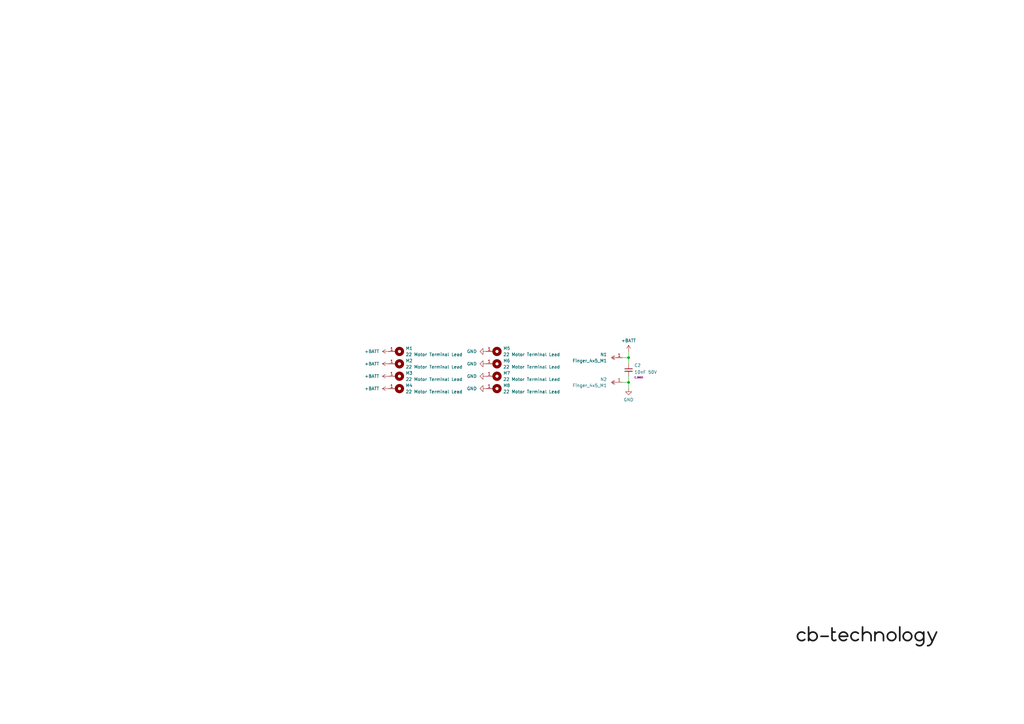
<source format=kicad_sch>
(kicad_sch (version 20230121) (generator eeschema)
  (paper "A3")
  (title_block (title "MOTOR TERMINAL BREAKOUT 25mm") (date "2024-04-17") (rev "v1.2") (company "CB-TECHNOLOGY"))
  (lib_symbols
    (symbol "C_Capacitor:C_0603" (pin_numbers hide) (pin_names (offset 1.016))
      (property "Reference" "C" (at 3.175 1.905 0))
      (property "Value" "C_0603" (at 5.715 0 0))
      (property "Size" "C_0603" (at 4.445 -1.905 0))
      (symbol "C_0603_1_1"
        (polyline (pts (xy -1.524 -0.508) (xy 1.524 -0.508)) (stroke (width 0.3302)))
        (polyline (pts (xy -1.524 0.508) (xy 1.524 0.508)) (stroke (width 0.3048)))
        (pin passive line (at 0 2.54 270) (length 2.032) (name "~") (number "1"))
        (pin passive line (at 0 -2.54 90) (length 2.032) (name "~") (number "2"))
      )
    )
    (symbol "MOTOR_TERMINAL_BREAKOUT:22 Motor Terminal Lead" (in_bom no)
      (property "Reference" "M" (at -0.635 -3.175 0))
      (property "Value" "22 Motor Terminal Lead" (at 0 3.175 0))
      (symbol "22 Motor Terminal Lead_0_1"
        (circle (center 0 0) (radius 1.27) (stroke (width 1.27)))
      )
      (symbol "22 Motor Terminal Lead_1_1"
        (pin passive line (at 4.445 0 180) (length 2.54) (name "~") (number "1"))
      )
    )
    (symbol "N_NonPart:Finger_4x5_M1" (pin_names (offset 1.016)) (in_bom no)
      (property "Reference" "N" (at 0 -2.286 0))
      (property "Value" "Finger_4x5_M1" (at -0.254 3.302 0))
      (symbol "Finger_4x5_M1_0_1"
        (polyline (pts (xy 3.048 0.762) (xy 4.064 0) (xy 3.048 -0.762)))
        (polyline (pts (xy 3.556 -0.762) (xy 4.572 0) (xy 3.556 0.762)))
        (polyline (pts (xy 4.064 0) (xy 3.048 0) (xy 2.794 0) (xy 2.54 0)))
      )
      (symbol "Finger_4x5_M1_1_1"
        (pin passive line (at 0 0 0) (length 2.54) (name "~") (number "1"))
      )
    )
    (symbol "power:+BATT" (power) (pin_names (offset 0))
      (property "Value" "+BATT" (at 0 3.556 0))
      (symbol "+BATT_0_1"
        (polyline (pts (xy -0.762 1.27) (xy 0 2.54)))
        (polyline (pts (xy 0 0) (xy 0 2.54)))
        (polyline (pts (xy 0 2.54) (xy 0.762 1.27)))
      )
      (symbol "+BATT_1_1"
        (pin power_in line (at 0 0 90) (length 0) hide (name "+BATT") (number "1"))
      )
    )
    (symbol "power:GND" (power) (pin_names (offset 0))
      (property "Value" "GND" (at 0 -3.81 0))
      (symbol "GND_0_1"
        (polyline (pts (xy 0 0) (xy 0 -1.27) (xy 1.27 -1.27) (xy 0 -2.54) (xy -1.27 -1.27) (xy 0 -1.27)))
      )
      (symbol "GND_1_1"
        (pin power_in line (at 0 0 270) (length 0) hide (name "GND") (number "1"))
      )
    )
  )
  (junction (at 257.81 156.845))
  (junction (at 257.81 146.685))
  (wire (pts (xy 255.27 156.845) (xy 257.81 156.845)))
  (wire (pts (xy 257.81 156.845) (xy 257.81 159.385)))
  (wire (pts (xy 257.81 154.305) (xy 257.81 156.845)))
  (wire (pts (xy 257.81 144.145) (xy 257.81 146.685)))
  (wire (pts (xy 257.81 146.685) (xy 257.81 149.225)))
  (wire (pts (xy 255.27 146.685) (xy 257.81 146.685)))
  (image (at 355.6 260.985) (scale 0.227268))
  (symbol (lib_id "N_NonPart:Finger_4x5_M1") (at 255.27 156.845 0) (mirror y) (unit 1) (in_bom no)
    (property "Reference" "N2" (at 248.92 155.575 0) (effects (justify left)))
    (property "Value" "Finger_4x5_M1" (at 248.92 158.115 0) (effects (justify left)))
    (property "Footprint" "N_NonPart:Finger_4x5_M1" (effects hide))
  )
  (symbol (lib_id "power:+BATT") (at 257.81 144.145 0) (unit 1)
    (property "Reference" "#PWR011" (effects hide))
    (property "Value" "+BATT" (at 257.81 139.7 0))
  )
  (symbol (lib_id "power:GND") (at 199.39 149.225 270) (unit 1)
    (property "Reference" "#PWR08" (effects hide))
    (property "Value" "GND" (at 195.58 149.225 90) (effects (justify right)))
  )
  (symbol (lib_id "C_Capacitor:C_0603") (at 257.81 151.765 0) (unit 1)
    (property "Reference" "C2" (at 260.1341 149.866 0) (effects (justify left)))
    (property "Value" "10nF 50V" (at 260.1341 152.6411 0) (effects (justify left)))
    (property "Footprint" "C_Capacitor:C_0603" (effects hide))
    (property "Datasheet" "https://www.lcsc.com/datasheet/lcsc_datasheet_2304140030_YAGEO-CC0603KRX7R9BB103_C100042.pdf" (effects hide))
    (property "Size" "C_0603" (at 260.1341 154.786 0) (effects (font (size 0.635 0.635)) (justify left)))
    (property "LCSC_Part" "C100042" (effects hide))
    (property "MFG Part" "CC0603KRX7R9BB103" (effects hide))
  )
  (symbol (lib_id "power:+BATT") (at 159.385 154.305 90) (unit 1)
    (property "Reference" "#PWR05" (effects hide))
    (property "Value" "+BATT" (at 155.575 154.305 90) (effects (justify left)))
  )
  (symbol (lib_id "MOTOR_TERMINAL_BREAKOUT:22 Motor Terminal Lead") (at 163.83 159.385 180) (unit 1) (in_bom no)
    (property "Reference" "M4" (at 166.37 158.115 0) (effects (justify right)))
    (property "Value" "22 Motor Terminal Lead" (at 166.37 160.655 0) (effects (justify right)))
    (property "Footprint" "MOTOR_TERMINAL_BREAKOUT:22 Motor Terminal Lead" (effects hide))
  )
  (symbol (lib_id "power:+BATT") (at 159.385 159.385 90) (unit 1)
    (property "Reference" "#PWR06" (effects hide))
    (property "Value" "+BATT" (at 155.575 159.385 90) (effects (justify left)))
  )
  (symbol (lib_id "MOTOR_TERMINAL_BREAKOUT:22 Motor Terminal Lead") (at 203.835 149.225 180) (unit 1) (in_bom no)
    (property "Reference" "M6" (at 206.375 147.955 0) (effects (justify right)))
    (property "Value" "22 Motor Terminal Lead" (at 206.375 150.495 0) (effects (justify right)))
    (property "Footprint" "MOTOR_TERMINAL_BREAKOUT:22 Motor Terminal Lead" (effects hide))
  )
  (symbol (lib_id "power:GND") (at 199.39 154.305 270) (unit 1)
    (property "Reference" "#PWR09" (effects hide))
    (property "Value" "GND" (at 195.58 154.305 90) (effects (justify right)))
  )
  (symbol (lib_id "power:GND") (at 199.39 159.385 270) (unit 1)
    (property "Reference" "#PWR010" (effects hide))
    (property "Value" "GND" (at 195.58 159.385 90) (effects (justify right)))
  )
  (symbol (lib_id "power:+BATT") (at 159.385 144.145 90) (unit 1)
    (property "Reference" "#PWR03" (effects hide))
    (property "Value" "+BATT" (at 155.575 144.145 90) (effects (justify left)))
  )
  (symbol (lib_id "power:+BATT") (at 159.385 149.225 90) (unit 1)
    (property "Reference" "#PWR04" (effects hide))
    (property "Value" "+BATT" (at 155.575 149.225 90) (effects (justify left)))
  )
  (symbol (lib_id "MOTOR_TERMINAL_BREAKOUT:22 Motor Terminal Lead") (at 163.83 144.145 180) (unit 1) (in_bom no)
    (property "Reference" "M1" (at 166.37 142.875 0) (effects (justify right)))
    (property "Value" "22 Motor Terminal Lead" (at 166.37 145.415 0) (effects (justify right)))
    (property "Footprint" "MOTOR_TERMINAL_BREAKOUT:22 Motor Terminal Lead" (effects hide))
  )
  (symbol (lib_id "MOTOR_TERMINAL_BREAKOUT:22 Motor Terminal Lead") (at 203.835 159.385 180) (unit 1) (in_bom no)
    (property "Reference" "M8" (at 206.375 158.115 0) (effects (justify right)))
    (property "Value" "22 Motor Terminal Lead" (at 206.375 160.655 0) (effects (justify right)))
    (property "Footprint" "MOTOR_TERMINAL_BREAKOUT:22 Motor Terminal Lead" (effects hide))
  )
  (symbol (lib_id "power:GND") (at 199.39 144.145 270) (unit 1)
    (property "Reference" "#PWR07" (effects hide))
    (property "Value" "GND" (at 195.58 144.145 90) (effects (justify right)))
  )
  (symbol (lib_id "power:GND") (at 257.81 159.385 0) (unit 1)
    (property "Reference" "#PWR012" (effects hide))
    (property "Value" "GND" (at 257.81 163.9475 0))
  )
  (symbol (lib_id "MOTOR_TERMINAL_BREAKOUT:22 Motor Terminal Lead") (at 203.835 154.305 180) (unit 1) (in_bom no)
    (property "Reference" "M7" (at 206.375 153.035 0) (effects (justify right)))
    (property "Value" "22 Motor Terminal Lead" (at 206.375 155.575 0) (effects (justify right)))
    (property "Footprint" "MOTOR_TERMINAL_BREAKOUT:22 Motor Terminal Lead" (effects hide))
  )
  (symbol (lib_id "MOTOR_TERMINAL_BREAKOUT:22 Motor Terminal Lead") (at 163.83 149.225 180) (unit 1) (in_bom no)
    (property "Reference" "M2" (at 166.37 147.955 0) (effects (justify right)))
    (property "Value" "22 Motor Terminal Lead" (at 166.37 150.495 0) (effects (justify right)))
    (property "Footprint" "MOTOR_TERMINAL_BREAKOUT:22 Motor Terminal Lead" (effects hide))
  )
  (symbol (lib_id "N_NonPart:Finger_4x5_M1") (at 255.27 146.685 0) (mirror y) (unit 1) (in_bom no)
    (property "Reference" "N1" (at 248.92 145.415 0) (effects (justify left)))
    (property "Value" "Finger_4x5_M1" (at 248.92 147.955 0) (effects (justify left)))
    (property "Footprint" "N_NonPart:Finger_4x5_M1" (effects hide))
  )
  (symbol (lib_id "MOTOR_TERMINAL_BREAKOUT:22 Motor Terminal Lead") (at 203.835 144.145 180) (unit 1) (in_bom no)
    (property "Reference" "M5" (at 206.375 142.875 0) (effects (justify right)))
    (property "Value" "22 Motor Terminal Lead" (at 206.375 145.415 0) (effects (justify right)))
    (property "Footprint" "MOTOR_TERMINAL_BREAKOUT:22 Motor Terminal Lead" (effects hide))
  )
  (symbol (lib_id "MOTOR_TERMINAL_BREAKOUT:22 Motor Terminal Lead") (at 163.83 154.305 180) (unit 1) (in_bom no)
    (property "Reference" "M3" (at 166.37 153.035 0) (effects (justify right)))
    (property "Value" "22 Motor Terminal Lead" (at 166.37 155.575 0) (effects (justify right)))
    (property "Footprint" "MOTOR_TERMINAL_BREAKOUT:22 Motor Terminal Lead" (effects hide))
  )
)
</source>
